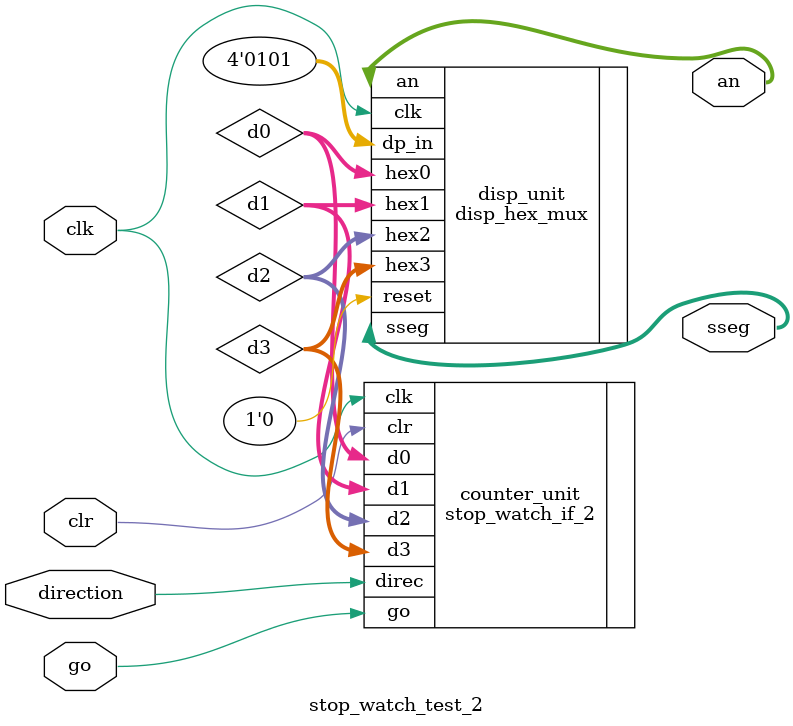
<source format=v>
module stop_watch_test_2
   (
    input wire clk,
    input wire go, clr,
    input wire direction,
    output wire [3:0] an,
    output wire [7:0] sseg
   );

   // signal declaration
   //new d3 added for minutes
   wire [3:0]  d3, d2, d1, d0;

   // instantiate 7-seg LED display module
   disp_hex_mux disp_unit
      (.clk(clk), .reset(1'b0),
        .hex3(d3), .hex2(d2), .hex1(d1), .hex0(d0),//added new d3 to give minutes its value
       .dp_in(4'b0101), .an(an), .sseg(sseg)); //added the new decimal point here

   // instantiate stopwatch
   stop_watch_if_2 counter_unit
      (.clk(clk), .go(go), .clr(clr), .direc(direction), // added direction variable to mondule instantiation
       .d3(d3), .d2(d2), .d1(d1), .d0(d0) );//d3 added to count for minutes
   
   //my approach has been tested and works. I have added a switch that will increment the stopwatch is on,
   // if the switch is off the stopwatch will decrement.
   //in the module stop_watch_if_2 I have used an simple if statement that will carry out
   // either the incremetation or decrementation.
   //to decrement i simply subtract from that regs value until it is zero then is set the next order to 9 or 5.
   
   
   //disable the unused display by setting it to 1
   //assign an = an | 4'b1000;

endmodule

</source>
